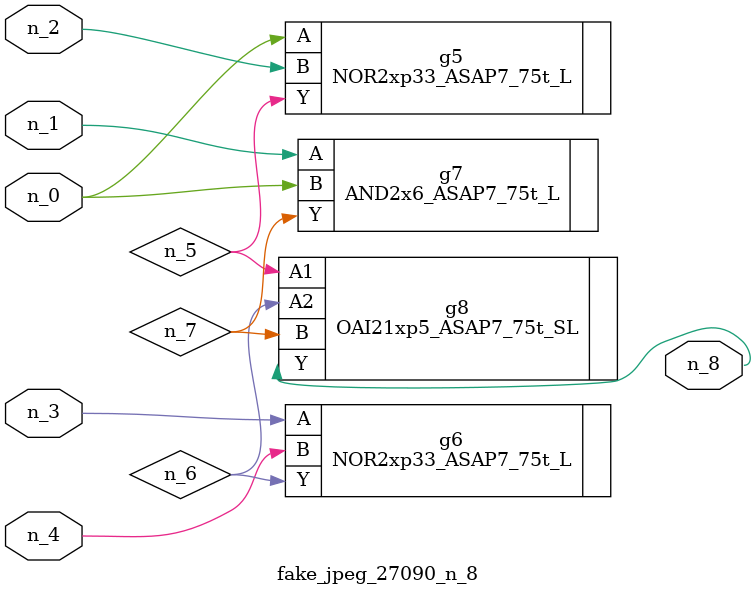
<source format=v>
module fake_jpeg_27090_n_8 (n_3, n_2, n_1, n_0, n_4, n_8);

input n_3;
input n_2;
input n_1;
input n_0;
input n_4;

output n_8;

wire n_6;
wire n_5;
wire n_7;

NOR2xp33_ASAP7_75t_L g5 ( 
.A(n_0),
.B(n_2),
.Y(n_5)
);

NOR2xp33_ASAP7_75t_L g6 ( 
.A(n_3),
.B(n_4),
.Y(n_6)
);

AND2x6_ASAP7_75t_L g7 ( 
.A(n_1),
.B(n_0),
.Y(n_7)
);

OAI21xp5_ASAP7_75t_SL g8 ( 
.A1(n_5),
.A2(n_6),
.B(n_7),
.Y(n_8)
);


endmodule
</source>
